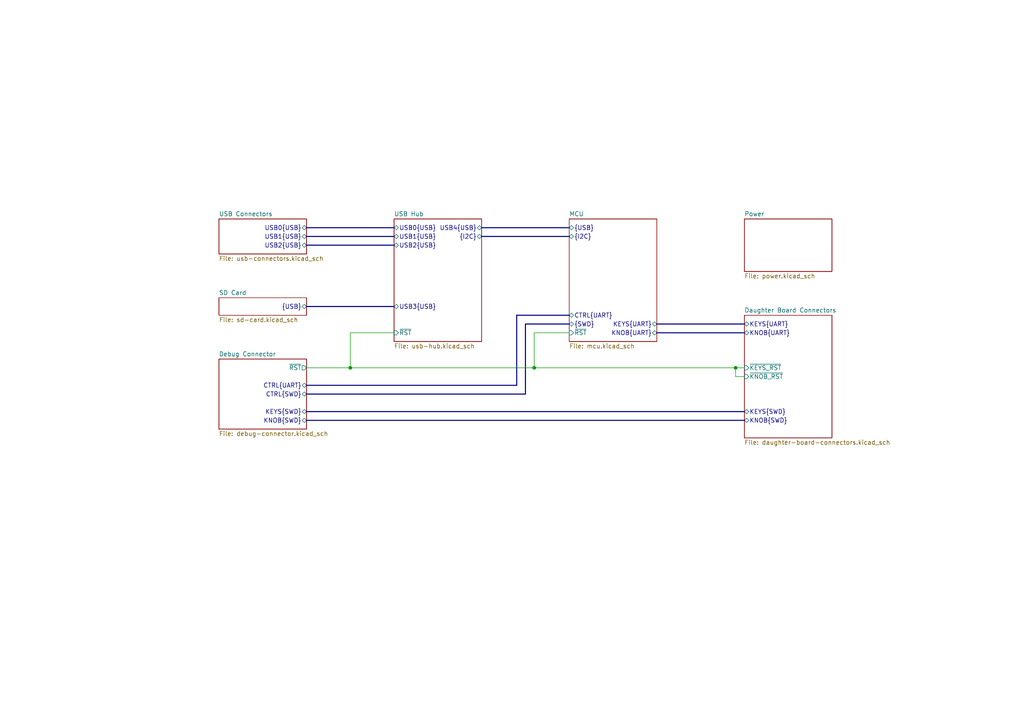
<source format=kicad_sch>
(kicad_sch
	(version 20250114)
	(generator "eeschema")
	(generator_version "9.0")
	(uuid "982f1c46-f6d6-42a2-bf2a-9fb0e913f11f")
	(paper "A4")
	(lib_symbols)
	(bus_alias "I2C"
		(members "SCL" "SDA")
	)
	(bus_alias "SWD"
		(members "SWCLK" "SWDIO")
	)
	(junction
		(at 101.6 106.68)
		(diameter 0)
		(color 0 0 0 0)
		(uuid "0b432763-d6c8-4a72-8095-e18c3f77a8c8")
	)
	(junction
		(at 213.36 106.68)
		(diameter 0)
		(color 0 0 0 0)
		(uuid "2f782d23-ceac-4107-8d48-36b007ae86f8")
	)
	(junction
		(at 154.94 106.68)
		(diameter 0)
		(color 0 0 0 0)
		(uuid "85c12d11-472d-486c-afdd-2e897c129a9f")
	)
	(bus
		(pts
			(xy 190.5 93.98) (xy 215.9 93.98)
		)
		(stroke
			(width 0)
			(type default)
		)
		(uuid "0c39b614-6432-4d0d-9ebe-5bbec5d70f54")
	)
	(bus
		(pts
			(xy 88.9 121.92) (xy 215.9 121.92)
		)
		(stroke
			(width 0)
			(type default)
		)
		(uuid "0eaf6937-6ca2-460a-9789-f140e3496652")
	)
	(wire
		(pts
			(xy 154.94 106.68) (xy 154.94 96.52)
		)
		(stroke
			(width 0)
			(type default)
		)
		(uuid "11e9599b-8ab6-4e71-a796-46a5bc373d60")
	)
	(bus
		(pts
			(xy 88.9 66.04) (xy 114.3 66.04)
		)
		(stroke
			(width 0)
			(type default)
		)
		(uuid "282ae1ec-8605-497a-8a3d-84c5c2a53efb")
	)
	(bus
		(pts
			(xy 190.5 96.52) (xy 215.9 96.52)
		)
		(stroke
			(width 0)
			(type default)
		)
		(uuid "2b48e4ed-7c10-4c3d-8a1d-c4e71165f94a")
	)
	(bus
		(pts
			(xy 149.86 91.44) (xy 165.1 91.44)
		)
		(stroke
			(width 0)
			(type default)
		)
		(uuid "415b7454-a4e3-4e8f-b184-afdd34af3b87")
	)
	(wire
		(pts
			(xy 154.94 106.68) (xy 213.36 106.68)
		)
		(stroke
			(width 0)
			(type default)
		)
		(uuid "53a7df8c-1619-4500-b1ac-c81c63cac303")
	)
	(wire
		(pts
			(xy 215.9 109.22) (xy 213.36 109.22)
		)
		(stroke
			(width 0)
			(type default)
		)
		(uuid "6d7ba89b-c51c-4216-9115-2010edb936d9")
	)
	(wire
		(pts
			(xy 213.36 109.22) (xy 213.36 106.68)
		)
		(stroke
			(width 0)
			(type default)
		)
		(uuid "760b0634-0413-4719-aa5b-9a6da4934f97")
	)
	(bus
		(pts
			(xy 152.4 93.98) (xy 165.1 93.98)
		)
		(stroke
			(width 0)
			(type default)
		)
		(uuid "7ce032e7-c683-4d86-80ad-c5fa48ce831e")
	)
	(bus
		(pts
			(xy 88.9 119.38) (xy 215.9 119.38)
		)
		(stroke
			(width 0)
			(type default)
		)
		(uuid "846c8fe4-6ad5-45fe-8439-9e502868e1f0")
	)
	(wire
		(pts
			(xy 213.36 106.68) (xy 215.9 106.68)
		)
		(stroke
			(width 0)
			(type default)
		)
		(uuid "95b8fcbe-aa27-45ef-8d88-246df60f571b")
	)
	(bus
		(pts
			(xy 88.9 111.76) (xy 149.86 111.76)
		)
		(stroke
			(width 0)
			(type default)
		)
		(uuid "9a4d25a0-7045-43df-b8c9-79e32d85fa87")
	)
	(bus
		(pts
			(xy 88.9 68.58) (xy 114.3 68.58)
		)
		(stroke
			(width 0)
			(type default)
		)
		(uuid "9ed3fffa-22d4-467d-87a0-d169b3d9bfdc")
	)
	(bus
		(pts
			(xy 139.7 68.58) (xy 165.1 68.58)
		)
		(stroke
			(width 0)
			(type default)
		)
		(uuid "a0f32209-708f-446b-950e-61545b515a2b")
	)
	(bus
		(pts
			(xy 152.4 114.3) (xy 152.4 93.98)
		)
		(stroke
			(width 0)
			(type default)
		)
		(uuid "a2716123-1f90-4d2a-bf1d-9621caeee010")
	)
	(bus
		(pts
			(xy 139.7 66.04) (xy 165.1 66.04)
		)
		(stroke
			(width 0)
			(type default)
		)
		(uuid "ac9dda00-2c77-4639-8920-38319b8bf1f2")
	)
	(wire
		(pts
			(xy 101.6 106.68) (xy 101.6 96.52)
		)
		(stroke
			(width 0)
			(type default)
		)
		(uuid "ba47e5a7-2b2e-47a7-a180-3d34b7dddc03")
	)
	(wire
		(pts
			(xy 101.6 96.52) (xy 114.3 96.52)
		)
		(stroke
			(width 0)
			(type default)
		)
		(uuid "bb675591-f786-4000-b0f8-eaa0bdb8d2f7")
	)
	(wire
		(pts
			(xy 154.94 96.52) (xy 165.1 96.52)
		)
		(stroke
			(width 0)
			(type default)
		)
		(uuid "c55d9ec1-fb70-4a31-8b6c-56fbe90f6b9f")
	)
	(bus
		(pts
			(xy 88.9 71.12) (xy 114.3 71.12)
		)
		(stroke
			(width 0)
			(type default)
		)
		(uuid "c5c39834-75fa-470b-a83e-b704bec93db4")
	)
	(bus
		(pts
			(xy 149.86 111.76) (xy 149.86 91.44)
		)
		(stroke
			(width 0)
			(type default)
		)
		(uuid "ccae9be2-8326-42e1-a591-23780be9b1d4")
	)
	(bus
		(pts
			(xy 88.9 88.9) (xy 114.3 88.9)
		)
		(stroke
			(width 0)
			(type default)
		)
		(uuid "d0d6bf74-84c7-431e-9995-9c9fe2d2e28c")
	)
	(wire
		(pts
			(xy 88.9 106.68) (xy 101.6 106.68)
		)
		(stroke
			(width 0)
			(type default)
		)
		(uuid "db8da4b9-40e9-4793-a7b1-f0e0608a7ddf")
	)
	(wire
		(pts
			(xy 101.6 106.68) (xy 154.94 106.68)
		)
		(stroke
			(width 0)
			(type default)
		)
		(uuid "e892bb82-910e-4552-8574-4a65e41e755c")
	)
	(bus
		(pts
			(xy 88.9 114.3) (xy 152.4 114.3)
		)
		(stroke
			(width 0)
			(type default)
		)
		(uuid "ea024c1f-a6fb-47fb-ae3b-4850a390f690")
	)
	(sheet
		(at 63.5 86.36)
		(size 25.4 5.08)
		(exclude_from_sim no)
		(in_bom yes)
		(on_board yes)
		(dnp no)
		(fields_autoplaced yes)
		(stroke
			(width 0.1524)
			(type solid)
		)
		(fill
			(color 0 0 0 0.0000)
		)
		(uuid "1dc4cbde-e7d2-4692-ba1b-6116c7e8f369")
		(property "Sheetname" "SD Card"
			(at 63.5 85.6484 0)
			(effects
				(font
					(size 1.27 1.27)
				)
				(justify left bottom)
			)
		)
		(property "Sheetfile" "sd-card.kicad_sch"
			(at 63.5 92.0246 0)
			(effects
				(font
					(size 1.27 1.27)
				)
				(justify left top)
			)
		)
		(pin "{USB}" bidirectional
			(at 88.9 88.9 0)
			(uuid "e2479945-09dc-4698-a461-ab954365d86e")
			(effects
				(font
					(size 1.27 1.27)
				)
				(justify right)
			)
		)
		(instances
			(project "right-control-board"
				(path "/982f1c46-f6d6-42a2-bf2a-9fb0e913f11f"
					(page "3")
				)
			)
		)
	)
	(sheet
		(at 63.5 63.5)
		(size 25.4 10.16)
		(exclude_from_sim no)
		(in_bom yes)
		(on_board yes)
		(dnp no)
		(fields_autoplaced yes)
		(stroke
			(width 0.1524)
			(type solid)
		)
		(fill
			(color 0 0 0 0.0000)
		)
		(uuid "550affba-2d1b-4003-9291-dd582a27e02e")
		(property "Sheetname" "USB Connectors"
			(at 63.5 62.7884 0)
			(effects
				(font
					(size 1.27 1.27)
				)
				(justify left bottom)
			)
		)
		(property "Sheetfile" "usb-connectors.kicad_sch"
			(at 63.5 74.2446 0)
			(effects
				(font
					(size 1.27 1.27)
				)
				(justify left top)
			)
		)
		(pin "USB0{USB}" bidirectional
			(at 88.9 66.04 0)
			(uuid "b3b1819f-3993-47d8-a4c9-7599363b77f7")
			(effects
				(font
					(size 1.27 1.27)
				)
				(justify right)
			)
		)
		(pin "USB1{USB}" bidirectional
			(at 88.9 68.58 0)
			(uuid "fbd25e36-2198-4640-8c0b-4efe81ae7fb5")
			(effects
				(font
					(size 1.27 1.27)
				)
				(justify right)
			)
		)
		(pin "USB2{USB}" bidirectional
			(at 88.9 71.12 0)
			(uuid "59711f06-41b6-4d5c-a5e8-0cc2540663d6")
			(effects
				(font
					(size 1.27 1.27)
				)
				(justify right)
			)
		)
		(instances
			(project "right-control-board"
				(path "/982f1c46-f6d6-42a2-bf2a-9fb0e913f11f"
					(page "2")
				)
			)
		)
	)
	(sheet
		(at 215.9 63.5)
		(size 25.4 15.24)
		(exclude_from_sim no)
		(in_bom yes)
		(on_board yes)
		(dnp no)
		(fields_autoplaced yes)
		(stroke
			(width 0.1524)
			(type solid)
		)
		(fill
			(color 0 0 0 0.0000)
		)
		(uuid "5a733dd0-c576-43d4-95ef-2f5480128f2d")
		(property "Sheetname" "Power"
			(at 215.9 62.7884 0)
			(effects
				(font
					(size 1.27 1.27)
				)
				(justify left bottom)
			)
		)
		(property "Sheetfile" "power.kicad_sch"
			(at 215.9 79.3246 0)
			(effects
				(font
					(size 1.27 1.27)
				)
				(justify left top)
			)
		)
		(instances
			(project "right-control-board"
				(path "/982f1c46-f6d6-42a2-bf2a-9fb0e913f11f"
					(page "7")
				)
			)
		)
	)
	(sheet
		(at 215.9 91.44)
		(size 25.4 35.56)
		(exclude_from_sim no)
		(in_bom yes)
		(on_board yes)
		(dnp no)
		(fields_autoplaced yes)
		(stroke
			(width 0.1524)
			(type solid)
		)
		(fill
			(color 0 0 0 0.0000)
		)
		(uuid "5e632e5a-5283-4d2d-96d4-75c4ba68d1b5")
		(property "Sheetname" "Daughter Board Connectors"
			(at 215.9 90.7284 0)
			(effects
				(font
					(size 1.27 1.27)
				)
				(justify left bottom)
			)
		)
		(property "Sheetfile" "daughter-board-connectors.kicad_sch"
			(at 215.9 127.5846 0)
			(effects
				(font
					(size 1.27 1.27)
				)
				(justify left top)
			)
		)
		(pin "KEYS{SWD}" bidirectional
			(at 215.9 119.38 180)
			(uuid "b030c2ce-df0b-4de1-b5dc-c0cbe018fb7d")
			(effects
				(font
					(size 1.27 1.27)
				)
				(justify left)
			)
		)
		(pin "KEYS{UART}" bidirectional
			(at 215.9 93.98 180)
			(uuid "9205b1b7-5f8e-4fd8-b0b7-e65dbc1822eb")
			(effects
				(font
					(size 1.27 1.27)
				)
				(justify left)
			)
		)
		(pin "KNOB{SWD}" bidirectional
			(at 215.9 121.92 180)
			(uuid "34c2b637-9bc8-48ae-b2c8-87a23bb67b9a")
			(effects
				(font
					(size 1.27 1.27)
				)
				(justify left)
			)
		)
		(pin "KNOB{UART}" bidirectional
			(at 215.9 96.52 180)
			(uuid "9006846d-093a-48db-a0d7-c987329b7ff3")
			(effects
				(font
					(size 1.27 1.27)
				)
				(justify left)
			)
		)
		(pin "~{KEYS_RST}" input
			(at 215.9 106.68 180)
			(uuid "6dece119-bf64-4e25-8eb3-978936ce5fed")
			(effects
				(font
					(size 1.27 1.27)
				)
				(justify left)
			)
		)
		(pin "~{KNOB_RST}" input
			(at 215.9 109.22 180)
			(uuid "1dd6b42d-c4f1-4734-97e8-4c1cccfadccf")
			(effects
				(font
					(size 1.27 1.27)
				)
				(justify left)
			)
		)
		(instances
			(project "right-control-board"
				(path "/982f1c46-f6d6-42a2-bf2a-9fb0e913f11f"
					(page "6")
				)
			)
		)
	)
	(sheet
		(at 114.3 63.5)
		(size 25.4 35.56)
		(exclude_from_sim no)
		(in_bom yes)
		(on_board yes)
		(dnp no)
		(fields_autoplaced yes)
		(stroke
			(width 0.1524)
			(type solid)
		)
		(fill
			(color 0 0 0 0.0000)
		)
		(uuid "9e40c337-fa3a-418a-a06f-f29c5aeab638")
		(property "Sheetname" "USB Hub"
			(at 114.3 62.7884 0)
			(effects
				(font
					(size 1.27 1.27)
				)
				(justify left bottom)
			)
		)
		(property "Sheetfile" "usb-hub.kicad_sch"
			(at 114.3 99.6446 0)
			(effects
				(font
					(size 1.27 1.27)
				)
				(justify left top)
			)
		)
		(pin "USB0{USB}" bidirectional
			(at 114.3 66.04 180)
			(uuid "aaf0caac-04c0-4817-8d41-3af95beb5e6a")
			(effects
				(font
					(size 1.27 1.27)
				)
				(justify left)
			)
		)
		(pin "USB1{USB}" bidirectional
			(at 114.3 68.58 180)
			(uuid "f36b06f6-53bb-41e5-ac97-fdc05d64196f")
			(effects
				(font
					(size 1.27 1.27)
				)
				(justify left)
			)
		)
		(pin "USB2{USB}" bidirectional
			(at 114.3 71.12 180)
			(uuid "6649da50-1dd4-4a95-82a4-53838914d396")
			(effects
				(font
					(size 1.27 1.27)
				)
				(justify left)
			)
		)
		(pin "USB3{USB}" bidirectional
			(at 114.3 88.9 180)
			(uuid "e60ed710-ce15-4aa3-b9aa-3d77460cee51")
			(effects
				(font
					(size 1.27 1.27)
				)
				(justify left)
			)
		)
		(pin "USB4{USB}" bidirectional
			(at 139.7 66.04 0)
			(uuid "c729da61-1089-4cd1-a7e2-75f8dfcf429e")
			(effects
				(font
					(size 1.27 1.27)
				)
				(justify right)
			)
		)
		(pin "{I2C}" bidirectional
			(at 139.7 68.58 0)
			(uuid "75018f79-e518-4076-a66b-1d38dbff0b9e")
			(effects
				(font
					(size 1.27 1.27)
				)
				(justify right)
			)
		)
		(pin "~{RST}" input
			(at 114.3 96.52 180)
			(uuid "b0ed7664-3fa4-47b9-8b42-35bc7ad170ff")
			(effects
				(font
					(size 1.27 1.27)
				)
				(justify left)
			)
		)
		(instances
			(project "right-control-board"
				(path "/982f1c46-f6d6-42a2-bf2a-9fb0e913f11f"
					(page "8")
				)
			)
		)
	)
	(sheet
		(at 165.1 63.5)
		(size 25.4 35.56)
		(exclude_from_sim no)
		(in_bom yes)
		(on_board yes)
		(dnp no)
		(fields_autoplaced yes)
		(stroke
			(width 0.1524)
			(type solid)
		)
		(fill
			(color 0 0 0 0.0000)
		)
		(uuid "a8cedd16-275b-435b-a1f3-f83ccf5a22eb")
		(property "Sheetname" "MCU"
			(at 165.1 62.7884 0)
			(effects
				(font
					(size 1.27 1.27)
				)
				(justify left bottom)
			)
		)
		(property "Sheetfile" "mcu.kicad_sch"
			(at 165.1 99.6446 0)
			(effects
				(font
					(size 1.27 1.27)
				)
				(justify left top)
			)
		)
		(pin "{I2C}" bidirectional
			(at 165.1 68.58 180)
			(uuid "3367d276-520a-4b8d-b0c9-d2d0a4a1f2fd")
			(effects
				(font
					(size 1.27 1.27)
				)
				(justify left)
			)
		)
		(pin "{USB}" bidirectional
			(at 165.1 66.04 180)
			(uuid "a50cd524-1747-440c-b44a-fef965979584")
			(effects
				(font
					(size 1.27 1.27)
				)
				(justify left)
			)
		)
		(pin "~{RST}" input
			(at 165.1 96.52 180)
			(uuid "2e0167bc-79a7-4b5a-83a1-b78928864768")
			(effects
				(font
					(size 1.27 1.27)
				)
				(justify left)
			)
		)
		(pin "{SWD}" bidirectional
			(at 165.1 93.98 180)
			(uuid "4e76754f-8263-4467-96c7-0ef159bc83d3")
			(effects
				(font
					(size 1.27 1.27)
				)
				(justify left)
			)
		)
		(pin "CTRL{UART}" bidirectional
			(at 165.1 91.44 180)
			(uuid "8386710b-efd8-4fe7-987f-2a6f085f3930")
			(effects
				(font
					(size 1.27 1.27)
				)
				(justify left)
			)
		)
		(pin "KEYS{UART}" bidirectional
			(at 190.5 93.98 0)
			(uuid "c100733c-80fb-49fc-916d-6cdab3a509a3")
			(effects
				(font
					(size 1.27 1.27)
				)
				(justify right)
			)
		)
		(pin "KNOB{UART}" bidirectional
			(at 190.5 96.52 0)
			(uuid "9a4747bf-f886-44ab-af32-07d8c345804c")
			(effects
				(font
					(size 1.27 1.27)
				)
				(justify right)
			)
		)
		(instances
			(project "right-control-board"
				(path "/982f1c46-f6d6-42a2-bf2a-9fb0e913f11f"
					(page "4")
				)
			)
		)
	)
	(sheet
		(at 63.5 104.14)
		(size 25.4 20.32)
		(exclude_from_sim no)
		(in_bom yes)
		(on_board yes)
		(dnp no)
		(fields_autoplaced yes)
		(stroke
			(width 0.1524)
			(type solid)
		)
		(fill
			(color 0 0 0 0.0000)
		)
		(uuid "fb75d6dd-111a-4d67-8d10-324a6dc46848")
		(property "Sheetname" "Debug Connector"
			(at 63.5 103.4284 0)
			(effects
				(font
					(size 1.27 1.27)
				)
				(justify left bottom)
			)
		)
		(property "Sheetfile" "debug-connector.kicad_sch"
			(at 63.5 125.0446 0)
			(effects
				(font
					(size 1.27 1.27)
				)
				(justify left top)
			)
		)
		(pin "CTRL{SWD}" bidirectional
			(at 88.9 114.3 0)
			(uuid "9fabe68f-1cd4-47d6-84c3-d71aaa8a2b3c")
			(effects
				(font
					(size 1.27 1.27)
				)
				(justify right)
			)
		)
		(pin "KEYS{SWD}" bidirectional
			(at 88.9 119.38 0)
			(uuid "060b4b04-388b-48a2-847f-e4b91db04e41")
			(effects
				(font
					(size 1.27 1.27)
				)
				(justify right)
			)
		)
		(pin "KNOB{SWD}" bidirectional
			(at 88.9 121.92 0)
			(uuid "ca70bbe1-4b40-49f0-8630-f15e4fb57241")
			(effects
				(font
					(size 1.27 1.27)
				)
				(justify right)
			)
		)
		(pin "CTRL{UART}" bidirectional
			(at 88.9 111.76 0)
			(uuid "a5e825b1-7ccc-4a98-b660-f791f8e135f2")
			(effects
				(font
					(size 1.27 1.27)
				)
				(justify right)
			)
		)
		(pin "~{RST}" output
			(at 88.9 106.68 0)
			(uuid "48f2ed4f-8415-4eeb-b986-861ab689c0d4")
			(effects
				(font
					(size 1.27 1.27)
				)
				(justify right)
			)
		)
		(instances
			(project "right-control-board"
				(path "/982f1c46-f6d6-42a2-bf2a-9fb0e913f11f"
					(page "5")
				)
			)
		)
	)
	(sheet_instances
		(path "/"
			(page "1")
		)
	)
	(embedded_fonts no)
)

</source>
